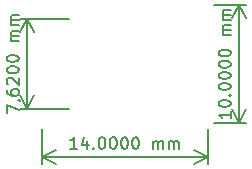
<source format=gbr>
%TF.GenerationSoftware,KiCad,Pcbnew,5.99.0-unknown-0a0935e0f3~125~ubuntu18.04.1*%
%TF.CreationDate,2021-04-07T19:40:52+02:00*%
%TF.ProjectId,TFPROBE01A,54465052-4f42-4453-9031-412e6b696361,rev?*%
%TF.SameCoordinates,Original*%
%TF.FileFunction,Other,Comment*%
%FSLAX46Y46*%
G04 Gerber Fmt 4.6, Leading zero omitted, Abs format (unit mm)*
G04 Created by KiCad (PCBNEW 5.99.0-unknown-0a0935e0f3~125~ubuntu18.04.1) date 2021-04-07 19:40:52*
%MOMM*%
%LPD*%
G01*
G04 APERTURE LIST*
%ADD10C,0.150000*%
G04 APERTURE END LIST*
D10*
X15939380Y952380D02*
X15939380Y380952D01*
X15939380Y666666D02*
X14939380Y666666D01*
X15082238Y571428D01*
X15177476Y476190D01*
X15225095Y380952D01*
X14939380Y1571428D02*
X14939380Y1666666D01*
X14987000Y1761904D01*
X15034619Y1809523D01*
X15129857Y1857142D01*
X15320333Y1904761D01*
X15558428Y1904761D01*
X15748904Y1857142D01*
X15844142Y1809523D01*
X15891761Y1761904D01*
X15939380Y1666666D01*
X15939380Y1571428D01*
X15891761Y1476190D01*
X15844142Y1428571D01*
X15748904Y1380952D01*
X15558428Y1333333D01*
X15320333Y1333333D01*
X15129857Y1380952D01*
X15034619Y1428571D01*
X14987000Y1476190D01*
X14939380Y1571428D01*
X15844142Y2333333D02*
X15891761Y2380952D01*
X15939380Y2333333D01*
X15891761Y2285714D01*
X15844142Y2333333D01*
X15939380Y2333333D01*
X14939380Y3000000D02*
X14939380Y3095238D01*
X14987000Y3190476D01*
X15034619Y3238095D01*
X15129857Y3285714D01*
X15320333Y3333333D01*
X15558428Y3333333D01*
X15748904Y3285714D01*
X15844142Y3238095D01*
X15891761Y3190476D01*
X15939380Y3095238D01*
X15939380Y3000000D01*
X15891761Y2904761D01*
X15844142Y2857142D01*
X15748904Y2809523D01*
X15558428Y2761904D01*
X15320333Y2761904D01*
X15129857Y2809523D01*
X15034619Y2857142D01*
X14987000Y2904761D01*
X14939380Y3000000D01*
X14939380Y3952380D02*
X14939380Y4047619D01*
X14987000Y4142857D01*
X15034619Y4190476D01*
X15129857Y4238095D01*
X15320333Y4285714D01*
X15558428Y4285714D01*
X15748904Y4238095D01*
X15844142Y4190476D01*
X15891761Y4142857D01*
X15939380Y4047619D01*
X15939380Y3952380D01*
X15891761Y3857142D01*
X15844142Y3809523D01*
X15748904Y3761904D01*
X15558428Y3714285D01*
X15320333Y3714285D01*
X15129857Y3761904D01*
X15034619Y3809523D01*
X14987000Y3857142D01*
X14939380Y3952380D01*
X14939380Y4904761D02*
X14939380Y5000000D01*
X14987000Y5095238D01*
X15034619Y5142857D01*
X15129857Y5190476D01*
X15320333Y5238095D01*
X15558428Y5238095D01*
X15748904Y5190476D01*
X15844142Y5142857D01*
X15891761Y5095238D01*
X15939380Y5000000D01*
X15939380Y4904761D01*
X15891761Y4809523D01*
X15844142Y4761904D01*
X15748904Y4714285D01*
X15558428Y4666666D01*
X15320333Y4666666D01*
X15129857Y4714285D01*
X15034619Y4761904D01*
X14987000Y4809523D01*
X14939380Y4904761D01*
X14939380Y5857142D02*
X14939380Y5952380D01*
X14987000Y6047619D01*
X15034619Y6095238D01*
X15129857Y6142857D01*
X15320333Y6190476D01*
X15558428Y6190476D01*
X15748904Y6142857D01*
X15844142Y6095238D01*
X15891761Y6047619D01*
X15939380Y5952380D01*
X15939380Y5857142D01*
X15891761Y5761904D01*
X15844142Y5714285D01*
X15748904Y5666666D01*
X15558428Y5619047D01*
X15320333Y5619047D01*
X15129857Y5666666D01*
X15034619Y5714285D01*
X14987000Y5761904D01*
X14939380Y5857142D01*
X15939380Y7380952D02*
X15272714Y7380952D01*
X15367952Y7380952D02*
X15320333Y7428571D01*
X15272714Y7523809D01*
X15272714Y7666666D01*
X15320333Y7761904D01*
X15415571Y7809523D01*
X15939380Y7809523D01*
X15415571Y7809523D02*
X15320333Y7857142D01*
X15272714Y7952380D01*
X15272714Y8095238D01*
X15320333Y8190476D01*
X15415571Y8238095D01*
X15939380Y8238095D01*
X15939380Y8714285D02*
X15272714Y8714285D01*
X15367952Y8714285D02*
X15320333Y8761904D01*
X15272714Y8857142D01*
X15272714Y9000000D01*
X15320333Y9095238D01*
X15415571Y9142857D01*
X15939380Y9142857D01*
X15415571Y9142857D02*
X15320333Y9190476D01*
X15272714Y9285714D01*
X15272714Y9428571D01*
X15320333Y9523809D01*
X15415571Y9571428D01*
X15939380Y9571428D01*
X14500000Y10000000D02*
X17223420Y10000000D01*
X14500000Y0D02*
X17223420Y0D01*
X16637000Y10000000D02*
X16637000Y0D01*
X16637000Y10000000D02*
X16637000Y0D01*
X16637000Y10000000D02*
X16050579Y8873496D01*
X16637000Y10000000D02*
X17223421Y8873496D01*
X16637000Y0D02*
X17223421Y1126504D01*
X16637000Y0D02*
X16050579Y1126504D01*
X-2997619Y809523D02*
X-2997619Y1476190D01*
X-1997619Y1047619D01*
X-2045238Y1904761D02*
X-1997619Y1904761D01*
X-1902380Y1857142D01*
X-1854761Y1809523D01*
X-2997619Y2761904D02*
X-2997619Y2571428D01*
X-2950000Y2476190D01*
X-2902380Y2428571D01*
X-2759523Y2333333D01*
X-2569047Y2285714D01*
X-2188095Y2285714D01*
X-2092857Y2333333D01*
X-2045238Y2380952D01*
X-1997619Y2476190D01*
X-1997619Y2666666D01*
X-2045238Y2761904D01*
X-2092857Y2809523D01*
X-2188095Y2857142D01*
X-2426190Y2857142D01*
X-2521428Y2809523D01*
X-2569047Y2761904D01*
X-2616666Y2666666D01*
X-2616666Y2476190D01*
X-2569047Y2380952D01*
X-2521428Y2333333D01*
X-2426190Y2285714D01*
X-2902380Y3238095D02*
X-2950000Y3285714D01*
X-2997619Y3380952D01*
X-2997619Y3619047D01*
X-2950000Y3714285D01*
X-2902380Y3761904D01*
X-2807142Y3809523D01*
X-2711904Y3809523D01*
X-2569047Y3761904D01*
X-1997619Y3190476D01*
X-1997619Y3809523D01*
X-2997619Y4428571D02*
X-2997619Y4523809D01*
X-2950000Y4619047D01*
X-2902380Y4666666D01*
X-2807142Y4714285D01*
X-2616666Y4761904D01*
X-2378571Y4761904D01*
X-2188095Y4714285D01*
X-2092857Y4666666D01*
X-2045238Y4619047D01*
X-1997619Y4523809D01*
X-1997619Y4428571D01*
X-2045238Y4333333D01*
X-2092857Y4285714D01*
X-2188095Y4238095D01*
X-2378571Y4190476D01*
X-2616666Y4190476D01*
X-2807142Y4238095D01*
X-2902380Y4285714D01*
X-2950000Y4333333D01*
X-2997619Y4428571D01*
X-2997619Y5380952D02*
X-2997619Y5476190D01*
X-2950000Y5571428D01*
X-2902380Y5619047D01*
X-2807142Y5666666D01*
X-2616666Y5714285D01*
X-2378571Y5714285D01*
X-2188095Y5666666D01*
X-2092857Y5619047D01*
X-2045238Y5571428D01*
X-1997619Y5476190D01*
X-1997619Y5380952D01*
X-2045238Y5285714D01*
X-2092857Y5238095D01*
X-2188095Y5190476D01*
X-2378571Y5142857D01*
X-2616666Y5142857D01*
X-2807142Y5190476D01*
X-2902380Y5238095D01*
X-2950000Y5285714D01*
X-2997619Y5380952D01*
X-1997619Y6904761D02*
X-2664285Y6904761D01*
X-2569047Y6904761D02*
X-2616666Y6952380D01*
X-2664285Y7047619D01*
X-2664285Y7190476D01*
X-2616666Y7285714D01*
X-2521428Y7333333D01*
X-1997619Y7333333D01*
X-2521428Y7333333D02*
X-2616666Y7380952D01*
X-2664285Y7476190D01*
X-2664285Y7619047D01*
X-2616666Y7714285D01*
X-2521428Y7761904D01*
X-1997619Y7761904D01*
X-1997619Y8238095D02*
X-2664285Y8238095D01*
X-2569047Y8238095D02*
X-2616666Y8285714D01*
X-2664285Y8380952D01*
X-2664285Y8523809D01*
X-2616666Y8619047D01*
X-2521428Y8666666D01*
X-1997619Y8666666D01*
X-2521428Y8666666D02*
X-2616666Y8714285D01*
X-2664285Y8809523D01*
X-2664285Y8952380D01*
X-2616666Y9047619D01*
X-2521428Y9095238D01*
X-1997619Y9095238D01*
X2299000Y1190000D02*
X-1886420Y1190000D01*
X2299000Y8810000D02*
X-1886420Y8810000D01*
X-1300000Y1190000D02*
X-1300000Y8810000D01*
X-1300000Y1190000D02*
X-1300000Y8810000D01*
X-1300000Y1190000D02*
X-713579Y2316504D01*
X-1300000Y1190000D02*
X-1886421Y2316504D01*
X-1300000Y8810000D02*
X-1886421Y7683496D01*
X-1300000Y8810000D02*
X-713579Y7683496D01*
X2952380Y-2223380D02*
X2380952Y-2223380D01*
X2666666Y-2223380D02*
X2666666Y-1223380D01*
X2571428Y-1366238D01*
X2476190Y-1461476D01*
X2380952Y-1509095D01*
X3809523Y-1556714D02*
X3809523Y-2223380D01*
X3571428Y-1175761D02*
X3333333Y-1890047D01*
X3952380Y-1890047D01*
X4333333Y-2128142D02*
X4380952Y-2175761D01*
X4333333Y-2223380D01*
X4285714Y-2175761D01*
X4333333Y-2128142D01*
X4333333Y-2223380D01*
X4999999Y-1223380D02*
X5095238Y-1223380D01*
X5190476Y-1271000D01*
X5238095Y-1318619D01*
X5285714Y-1413857D01*
X5333333Y-1604333D01*
X5333333Y-1842428D01*
X5285714Y-2032904D01*
X5238095Y-2128142D01*
X5190476Y-2175761D01*
X5095238Y-2223380D01*
X4999999Y-2223380D01*
X4904761Y-2175761D01*
X4857142Y-2128142D01*
X4809523Y-2032904D01*
X4761904Y-1842428D01*
X4761904Y-1604333D01*
X4809523Y-1413857D01*
X4857142Y-1318619D01*
X4904761Y-1271000D01*
X4999999Y-1223380D01*
X5952380Y-1223380D02*
X6047619Y-1223380D01*
X6142857Y-1271000D01*
X6190476Y-1318619D01*
X6238095Y-1413857D01*
X6285714Y-1604333D01*
X6285714Y-1842428D01*
X6238095Y-2032904D01*
X6190476Y-2128142D01*
X6142857Y-2175761D01*
X6047619Y-2223380D01*
X5952380Y-2223380D01*
X5857142Y-2175761D01*
X5809523Y-2128142D01*
X5761904Y-2032904D01*
X5714285Y-1842428D01*
X5714285Y-1604333D01*
X5761904Y-1413857D01*
X5809523Y-1318619D01*
X5857142Y-1271000D01*
X5952380Y-1223380D01*
X6904761Y-1223380D02*
X6999999Y-1223380D01*
X7095238Y-1271000D01*
X7142857Y-1318619D01*
X7190476Y-1413857D01*
X7238095Y-1604333D01*
X7238095Y-1842428D01*
X7190476Y-2032904D01*
X7142857Y-2128142D01*
X7095238Y-2175761D01*
X6999999Y-2223380D01*
X6904761Y-2223380D01*
X6809523Y-2175761D01*
X6761904Y-2128142D01*
X6714285Y-2032904D01*
X6666666Y-1842428D01*
X6666666Y-1604333D01*
X6714285Y-1413857D01*
X6761904Y-1318619D01*
X6809523Y-1271000D01*
X6904761Y-1223380D01*
X7857142Y-1223380D02*
X7952380Y-1223380D01*
X8047619Y-1271000D01*
X8095238Y-1318619D01*
X8142857Y-1413857D01*
X8190476Y-1604333D01*
X8190476Y-1842428D01*
X8142857Y-2032904D01*
X8095238Y-2128142D01*
X8047619Y-2175761D01*
X7952380Y-2223380D01*
X7857142Y-2223380D01*
X7761904Y-2175761D01*
X7714285Y-2128142D01*
X7666666Y-2032904D01*
X7619047Y-1842428D01*
X7619047Y-1604333D01*
X7666666Y-1413857D01*
X7714285Y-1318619D01*
X7761904Y-1271000D01*
X7857142Y-1223380D01*
X9380952Y-2223380D02*
X9380952Y-1556714D01*
X9380952Y-1651952D02*
X9428571Y-1604333D01*
X9523809Y-1556714D01*
X9666666Y-1556714D01*
X9761904Y-1604333D01*
X9809523Y-1699571D01*
X9809523Y-2223380D01*
X9809523Y-1699571D02*
X9857142Y-1604333D01*
X9952380Y-1556714D01*
X10095238Y-1556714D01*
X10190476Y-1604333D01*
X10238095Y-1699571D01*
X10238095Y-2223380D01*
X10714285Y-2223380D02*
X10714285Y-1556714D01*
X10714285Y-1651952D02*
X10761904Y-1604333D01*
X10857142Y-1556714D01*
X11000000Y-1556714D01*
X11095238Y-1604333D01*
X11142857Y-1699571D01*
X11142857Y-2223380D01*
X11142857Y-1699571D02*
X11190476Y-1604333D01*
X11285714Y-1556714D01*
X11428571Y-1556714D01*
X11523809Y-1604333D01*
X11571428Y-1699571D01*
X11571428Y-2223380D01*
X0Y-500000D02*
X0Y-3507420D01*
X14000000Y-500000D02*
X14000000Y-3507420D01*
X0Y-2921000D02*
X14000000Y-2921000D01*
X0Y-2921000D02*
X14000000Y-2921000D01*
X0Y-2921000D02*
X1126504Y-3507421D01*
X0Y-2921000D02*
X1126504Y-2334579D01*
X14000000Y-2921000D02*
X12873496Y-2334579D01*
X14000000Y-2921000D02*
X12873496Y-3507421D01*
M02*

</source>
